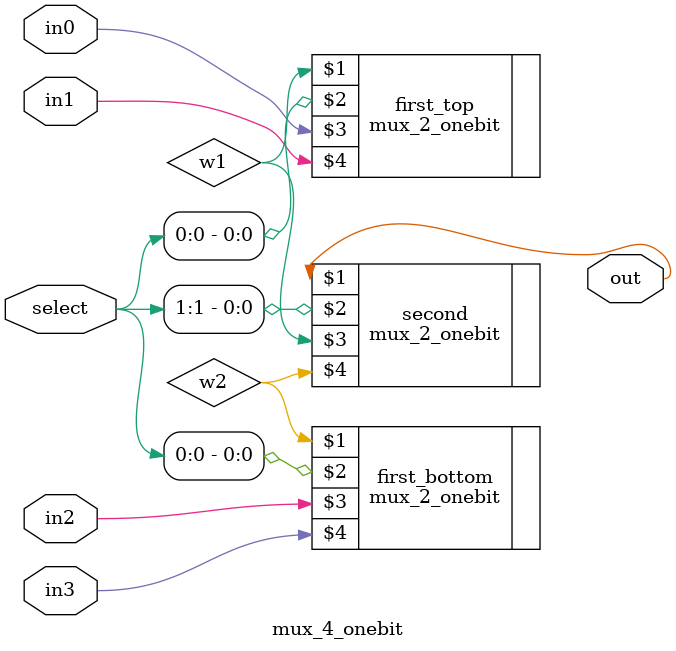
<source format=v>
module mux_4_onebit(
    output out,
    input [1:0] select,
    input in0,
    input in1,
    input in2,
    input in3
);
    wire w1, w2;
    mux_2_onebit first_top(w1, select[0], in0, in1);
    mux_2_onebit first_bottom(w2, select[0], in2, in3);
    mux_2_onebit second(out, select[1], w1, w2);
endmodule
</source>
